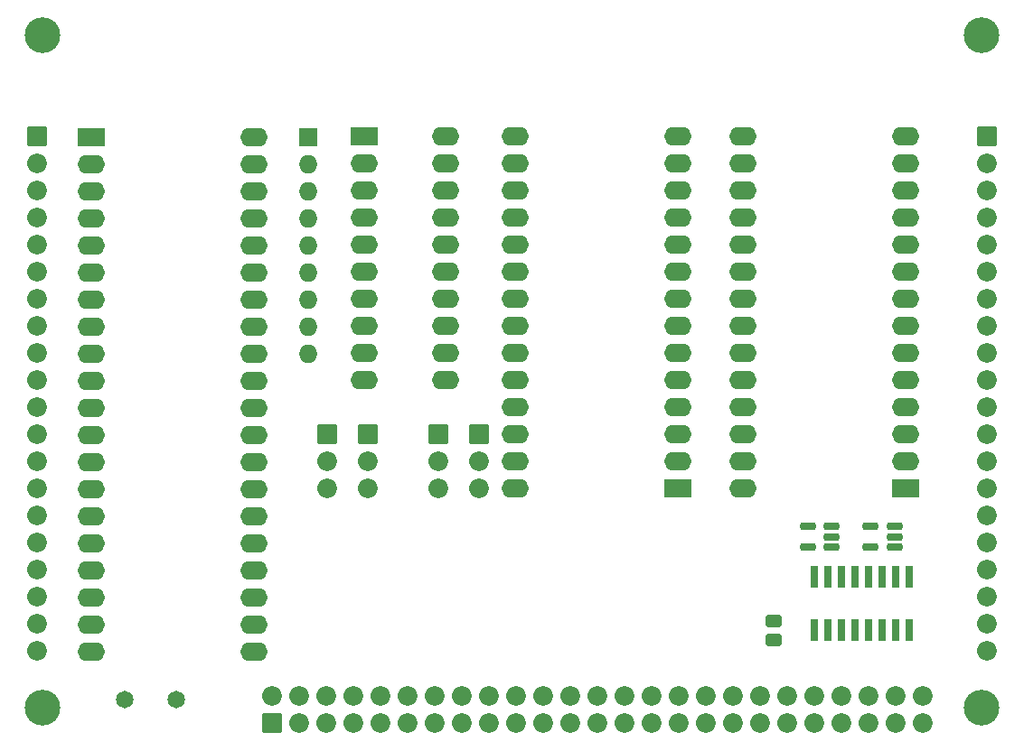
<source format=gbr>
%TF.GenerationSoftware,KiCad,Pcbnew,7.0.7*%
%TF.CreationDate,2023-10-02T10:19:24+01:00*%
%TF.ProjectId,8052-MCU,38303532-2d4d-4435-952e-6b696361645f,0.1*%
%TF.SameCoordinates,Original*%
%TF.FileFunction,Soldermask,Top*%
%TF.FilePolarity,Negative*%
%FSLAX46Y46*%
G04 Gerber Fmt 4.6, Leading zero omitted, Abs format (unit mm)*
G04 Created by KiCad (PCBNEW 7.0.7) date 2023-10-02 10:19:24*
%MOMM*%
%LPD*%
G01*
G04 APERTURE LIST*
G04 Aperture macros list*
%AMRoundRect*
0 Rectangle with rounded corners*
0 $1 Rounding radius*
0 $2 $3 $4 $5 $6 $7 $8 $9 X,Y pos of 4 corners*
0 Add a 4 corners polygon primitive as box body*
4,1,4,$2,$3,$4,$5,$6,$7,$8,$9,$2,$3,0*
0 Add four circle primitives for the rounded corners*
1,1,$1+$1,$2,$3*
1,1,$1+$1,$4,$5*
1,1,$1+$1,$6,$7*
1,1,$1+$1,$8,$9*
0 Add four rect primitives between the rounded corners*
20,1,$1+$1,$2,$3,$4,$5,0*
20,1,$1+$1,$4,$5,$6,$7,0*
20,1,$1+$1,$6,$7,$8,$9,0*
20,1,$1+$1,$8,$9,$2,$3,0*%
G04 Aperture macros list end*
%ADD10RoundRect,0.075000X-1.200000X-0.800000X1.200000X-0.800000X1.200000X0.800000X-1.200000X0.800000X0*%
%ADD11O,2.550000X1.750000*%
%ADD12C,3.350000*%
%ADD13RoundRect,0.075000X-0.850000X-0.850000X0.850000X-0.850000X0.850000X0.850000X-0.850000X0.850000X0*%
%ADD14O,1.850000X1.850000*%
%ADD15RoundRect,0.225000X0.512500X0.150000X-0.512500X0.150000X-0.512500X-0.150000X0.512500X-0.150000X0*%
%ADD16RoundRect,0.075000X1.200000X0.800000X-1.200000X0.800000X-1.200000X-0.800000X1.200000X-0.800000X0*%
%ADD17RoundRect,0.225000X-0.150000X0.825000X-0.150000X-0.825000X0.150000X-0.825000X0.150000X0.825000X0*%
%ADD18RoundRect,0.075000X0.850000X-0.850000X0.850000X0.850000X-0.850000X0.850000X-0.850000X-0.850000X0*%
%ADD19RoundRect,0.075000X-0.800000X0.800000X-0.800000X-0.800000X0.800000X-0.800000X0.800000X0.800000X0*%
%ADD20O,1.750000X1.750000*%
%ADD21C,1.650000*%
%ADD22RoundRect,0.325000X0.450000X-0.262500X0.450000X0.262500X-0.450000X0.262500X-0.450000X-0.262500X0*%
G04 APERTURE END LIST*
D10*
%TO.C,U2*%
X86650000Y-54975000D03*
D11*
X86650000Y-57515000D03*
X86650000Y-60055000D03*
X86650000Y-62595000D03*
X86650000Y-65135000D03*
X86650000Y-67675000D03*
X86650000Y-70215000D03*
X86650000Y-72755000D03*
X86650000Y-75295000D03*
X86650000Y-77835000D03*
X94270000Y-77835000D03*
X94270000Y-75295000D03*
X94270000Y-72755000D03*
X94270000Y-70215000D03*
X94270000Y-67675000D03*
X94270000Y-65135000D03*
X94270000Y-62595000D03*
X94270000Y-60055000D03*
X94270000Y-57515000D03*
X94270000Y-54975000D03*
%TD*%
D12*
%TO.C,H4*%
X144500000Y-108500000D03*
%TD*%
%TO.C,H2*%
X56500000Y-108500000D03*
%TD*%
D13*
%TO.C,JP2*%
X93600000Y-82870000D03*
D14*
X93600000Y-85410000D03*
X93600000Y-87950000D03*
%TD*%
D10*
%TO.C,U1*%
X61100000Y-55000000D03*
D11*
X61100000Y-57540000D03*
X61100000Y-60080000D03*
X61100000Y-62620000D03*
X61100000Y-65160000D03*
X61100000Y-67700000D03*
X61100000Y-70240000D03*
X61100000Y-72780000D03*
X61100000Y-75320000D03*
X61100000Y-77860000D03*
X61100000Y-80400000D03*
X61100000Y-82940000D03*
X61100000Y-85480000D03*
X61100000Y-88020000D03*
X61100000Y-90560000D03*
X61100000Y-93100000D03*
X61100000Y-95640000D03*
X61100000Y-98180000D03*
X61100000Y-100720000D03*
X61100000Y-103260000D03*
X76340000Y-103260000D03*
X76340000Y-100720000D03*
X76340000Y-98180000D03*
X76340000Y-95640000D03*
X76340000Y-93100000D03*
X76340000Y-90560000D03*
X76340000Y-88020000D03*
X76340000Y-85480000D03*
X76340000Y-82940000D03*
X76340000Y-80400000D03*
X76340000Y-77860000D03*
X76340000Y-75320000D03*
X76340000Y-72780000D03*
X76340000Y-70240000D03*
X76340000Y-67700000D03*
X76340000Y-65160000D03*
X76340000Y-62620000D03*
X76340000Y-60080000D03*
X76340000Y-57540000D03*
X76340000Y-55000000D03*
%TD*%
D13*
%TO.C,JP4*%
X97400000Y-82870000D03*
D14*
X97400000Y-85410000D03*
X97400000Y-87950000D03*
%TD*%
D15*
%TO.C,U6*%
X136337500Y-93450000D03*
X136337500Y-92500000D03*
X136337500Y-91550000D03*
X134062500Y-91550000D03*
X134062500Y-93450000D03*
%TD*%
D16*
%TO.C,U4*%
X137375000Y-87975000D03*
D11*
X137375000Y-85435000D03*
X137375000Y-82895000D03*
X137375000Y-80355000D03*
X137375000Y-77815000D03*
X137375000Y-75275000D03*
X137375000Y-72735000D03*
X137375000Y-70195000D03*
X137375000Y-67655000D03*
X137375000Y-65115000D03*
X137375000Y-62575000D03*
X137375000Y-60035000D03*
X137375000Y-57495000D03*
X137375000Y-54955000D03*
X122135000Y-54955000D03*
X122135000Y-57495000D03*
X122135000Y-60035000D03*
X122135000Y-62575000D03*
X122135000Y-65115000D03*
X122135000Y-67655000D03*
X122135000Y-70195000D03*
X122135000Y-72735000D03*
X122135000Y-75275000D03*
X122135000Y-77815000D03*
X122135000Y-80355000D03*
X122135000Y-82895000D03*
X122135000Y-85435000D03*
X122135000Y-87975000D03*
%TD*%
D13*
%TO.C,J3*%
X145000000Y-54940000D03*
D14*
X145000000Y-57480000D03*
X145000000Y-60020000D03*
X145000000Y-62560000D03*
X145000000Y-65100000D03*
X145000000Y-67640000D03*
X145000000Y-70180000D03*
X145000000Y-72720000D03*
X145000000Y-75260000D03*
X145000000Y-77800000D03*
X145000000Y-80340000D03*
X145000000Y-82880000D03*
X145000000Y-85420000D03*
X145000000Y-87960000D03*
X145000000Y-90500000D03*
X145000000Y-93040000D03*
X145000000Y-95580000D03*
X145000000Y-98120000D03*
X145000000Y-100660000D03*
X145000000Y-103200000D03*
%TD*%
D15*
%TO.C,U10*%
X130475000Y-93450000D03*
X130475000Y-92500000D03*
X130475000Y-91550000D03*
X128200000Y-91550000D03*
X128200000Y-93450000D03*
%TD*%
D12*
%TO.C,H1*%
X144500000Y-45500000D03*
%TD*%
D17*
%TO.C,U7*%
X137680000Y-96300000D03*
X136410000Y-96300000D03*
X135140000Y-96300000D03*
X133870000Y-96300000D03*
X132600000Y-96300000D03*
X131330000Y-96300000D03*
X130060000Y-96300000D03*
X128790000Y-96300000D03*
X128790000Y-101250000D03*
X130060000Y-101250000D03*
X131330000Y-101250000D03*
X132600000Y-101250000D03*
X133870000Y-101250000D03*
X135140000Y-101250000D03*
X136410000Y-101250000D03*
X137680000Y-101250000D03*
%TD*%
D13*
%TO.C,J2*%
X56000000Y-54950000D03*
D14*
X56000000Y-57490000D03*
X56000000Y-60030000D03*
X56000000Y-62570000D03*
X56000000Y-65110000D03*
X56000000Y-67650000D03*
X56000000Y-70190000D03*
X56000000Y-72730000D03*
X56000000Y-75270000D03*
X56000000Y-77810000D03*
X56000000Y-80350000D03*
X56000000Y-82890000D03*
X56000000Y-85430000D03*
X56000000Y-87970000D03*
X56000000Y-90510000D03*
X56000000Y-93050000D03*
X56000000Y-95590000D03*
X56000000Y-98130000D03*
X56000000Y-100670000D03*
X56000000Y-103210000D03*
%TD*%
D18*
%TO.C,J1*%
X78000000Y-110000000D03*
D14*
X78000000Y-107460000D03*
X80540000Y-110000000D03*
X80540000Y-107460000D03*
X83080000Y-110000000D03*
X83080000Y-107460000D03*
X85620000Y-110000000D03*
X85620000Y-107460000D03*
X88160000Y-110000000D03*
X88160000Y-107460000D03*
X90700000Y-110000000D03*
X90700000Y-107460000D03*
X93240000Y-110000000D03*
X93240000Y-107460000D03*
X95780000Y-110000000D03*
X95780000Y-107460000D03*
X98320000Y-110000000D03*
X98320000Y-107460000D03*
X100860000Y-110000000D03*
X100860000Y-107460000D03*
X103400000Y-110000000D03*
X103400000Y-107460000D03*
X105940000Y-110000000D03*
X105940000Y-107460000D03*
X108480000Y-110000000D03*
X108480000Y-107460000D03*
X111020000Y-110000000D03*
X111020000Y-107460000D03*
X113560000Y-110000000D03*
X113560000Y-107460000D03*
X116100000Y-110000000D03*
X116100000Y-107460000D03*
X118640000Y-110000000D03*
X118640000Y-107460000D03*
X121180000Y-110000000D03*
X121180000Y-107460000D03*
X123720000Y-110000000D03*
X123720000Y-107460000D03*
X126260000Y-110000000D03*
X126260000Y-107460000D03*
X128800000Y-110000000D03*
X128800000Y-107460000D03*
X131340000Y-110000000D03*
X131340000Y-107460000D03*
X133880000Y-110000000D03*
X133880000Y-107460000D03*
X136420000Y-110000000D03*
X136420000Y-107460000D03*
X138960000Y-110000000D03*
X138960000Y-107460000D03*
%TD*%
D13*
%TO.C,JP1*%
X87000000Y-82910000D03*
D14*
X87000000Y-85450000D03*
X87000000Y-87990000D03*
%TD*%
D19*
%TO.C,RN1*%
X81400000Y-55025000D03*
D20*
X81400000Y-57565000D03*
X81400000Y-60105000D03*
X81400000Y-62645000D03*
X81400000Y-65185000D03*
X81400000Y-67725000D03*
X81400000Y-70265000D03*
X81400000Y-72805000D03*
X81400000Y-75345000D03*
%TD*%
D16*
%TO.C,U3*%
X116075000Y-87975000D03*
D11*
X116075000Y-85435000D03*
X116075000Y-82895000D03*
X116075000Y-80355000D03*
X116075000Y-77815000D03*
X116075000Y-75275000D03*
X116075000Y-72735000D03*
X116075000Y-70195000D03*
X116075000Y-67655000D03*
X116075000Y-65115000D03*
X116075000Y-62575000D03*
X116075000Y-60035000D03*
X116075000Y-57495000D03*
X116075000Y-54955000D03*
X100835000Y-54955000D03*
X100835000Y-57495000D03*
X100835000Y-60035000D03*
X100835000Y-62575000D03*
X100835000Y-65115000D03*
X100835000Y-67655000D03*
X100835000Y-70195000D03*
X100835000Y-72735000D03*
X100835000Y-75275000D03*
X100835000Y-77815000D03*
X100835000Y-80355000D03*
X100835000Y-82895000D03*
X100835000Y-85435000D03*
X100835000Y-87975000D03*
%TD*%
D13*
%TO.C,JP3*%
X83200000Y-82925000D03*
D14*
X83200000Y-85465000D03*
X83200000Y-88005000D03*
%TD*%
D21*
%TO.C,Y1*%
X69075000Y-107800000D03*
X64195000Y-107800000D03*
%TD*%
D12*
%TO.C,H3*%
X56500000Y-45500000D03*
%TD*%
D22*
%TO.C,R1*%
X125000000Y-102212500D03*
X125000000Y-100387500D03*
%TD*%
M02*

</source>
